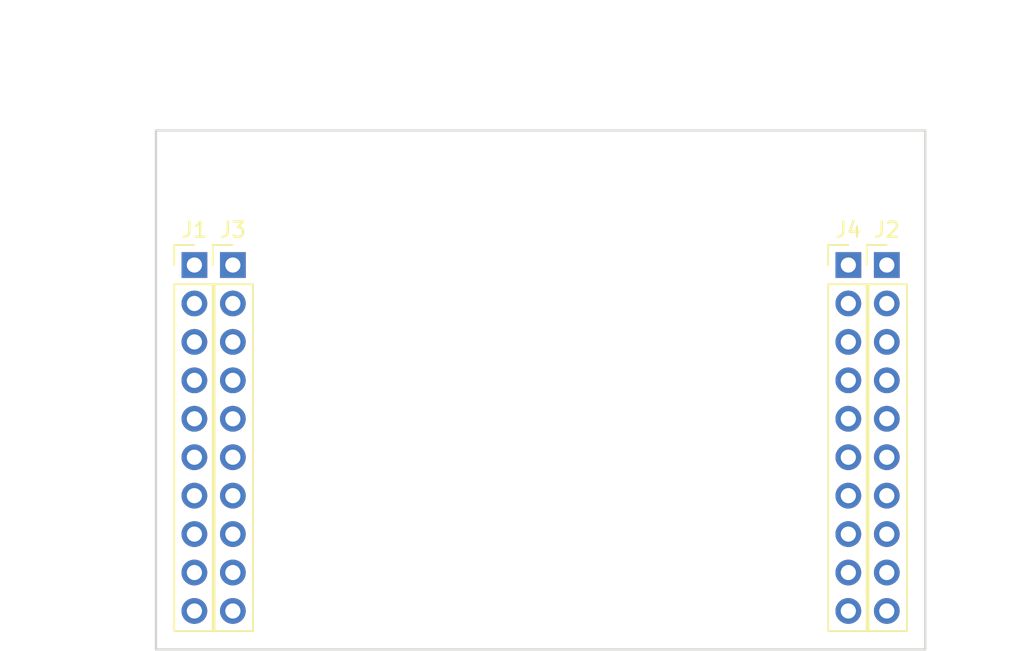
<source format=kicad_pcb>
(kicad_pcb (version 20171130) (host pcbnew no-vcs-found-c6d0075~61~ubuntu16.04.1)

  (general
    (thickness 1.6)
    (drawings 7)
    (tracks 0)
    (zones 0)
    (modules 4)
    (nets 40)
  )

  (page A3)
  (layers
    (0 F.Cu signal)
    (31 B.Cu signal)
    (32 B.Adhes user)
    (33 F.Adhes user)
    (34 B.Paste user)
    (35 F.Paste user)
    (36 B.SilkS user)
    (37 F.SilkS user)
    (38 B.Mask user)
    (39 F.Mask user)
    (40 Dwgs.User user)
    (41 Cmts.User user)
    (42 Eco1.User user)
    (43 Eco2.User user)
    (44 Edge.Cuts user)
  )

  (setup
    (last_trace_width 0.254)
    (trace_clearance 0.254)
    (zone_clearance 0.508)
    (zone_45_only no)
    (trace_min 0.254)
    (segment_width 0.20066)
    (edge_width 0.14986)
    (via_size 0.889)
    (via_drill 0.635)
    (via_min_size 0.889)
    (via_min_drill 0.508)
    (uvia_size 0.508)
    (uvia_drill 0.127)
    (uvias_allowed no)
    (uvia_min_size 0.508)
    (uvia_min_drill 0.127)
    (pcb_text_width 0.3)
    (pcb_text_size 1 1)
    (mod_edge_width 0.14986)
    (mod_text_size 1 1)
    (mod_text_width 0.15)
    (pad_size 1 1)
    (pad_drill 0.6)
    (pad_to_mask_clearance 0)
    (aux_axis_origin 0 0)
    (visible_elements 7FFFFFFF)
    (pcbplotparams
      (layerselection 0x00030_ffffffff)
      (usegerberextensions true)
      (usegerberattributes false)
      (usegerberadvancedattributes false)
      (creategerberjobfile false)
      (excludeedgelayer true)
      (linewidth 0.150000)
      (plotframeref false)
      (viasonmask false)
      (mode 1)
      (useauxorigin false)
      (hpglpennumber 1)
      (hpglpenspeed 20)
      (hpglpendiameter 15)
      (psnegative false)
      (psa4output false)
      (plotreference true)
      (plotvalue true)
      (plotinvisibletext false)
      (padsonsilk false)
      (subtractmaskfromsilk false)
      (outputformat 1)
      (mirror false)
      (drillshape 1)
      (scaleselection 1)
      (outputdirectory ""))
  )

  (net 0 "")
  (net 1 GND)
  (net 2 VCC)
  (net 3 "Net-(J1-Pad2)")
  (net 4 "Net-(J1-Pad3)")
  (net 5 "Net-(J1-Pad4)")
  (net 6 "Net-(J1-Pad5)")
  (net 7 "Net-(J1-Pad6)")
  (net 8 "Net-(J1-Pad7)")
  (net 9 "Net-(J1-Pad8)")
  (net 10 "Net-(J1-Pad9)")
  (net 11 "Net-(J1-Pad10)")
  (net 12 "Net-(J2-Pad10)")
  (net 13 "Net-(J2-Pad9)")
  (net 14 "Net-(J2-Pad8)")
  (net 15 "Net-(J2-Pad7)")
  (net 16 "Net-(J2-Pad6)")
  (net 17 "Net-(J2-Pad5)")
  (net 18 "Net-(J2-Pad4)")
  (net 19 "Net-(J2-Pad3)")
  (net 20 "Net-(J2-Pad2)")
  (net 21 +5V)
  (net 22 "Net-(J3-Pad3)")
  (net 23 "Net-(J3-Pad4)")
  (net 24 "Net-(J3-Pad5)")
  (net 25 "Net-(J3-Pad6)")
  (net 26 "Net-(J3-Pad7)")
  (net 27 "Net-(J3-Pad8)")
  (net 28 "Net-(J3-Pad9)")
  (net 29 "Net-(J3-Pad10)")
  (net 30 "Net-(J4-Pad10)")
  (net 31 "Net-(J4-Pad9)")
  (net 32 "Net-(J4-Pad8)")
  (net 33 "Net-(J4-Pad7)")
  (net 34 "Net-(J4-Pad6)")
  (net 35 "Net-(J4-Pad5)")
  (net 36 "Net-(J4-Pad4)")
  (net 37 "Net-(J4-Pad3)")
  (net 38 "Net-(J4-Pad2)")
  (net 39 "Net-(J4-Pad1)")

  (net_class Default "This is the default net class."
    (clearance 0.254)
    (trace_width 0.254)
    (via_dia 0.889)
    (via_drill 0.635)
    (uvia_dia 0.508)
    (uvia_drill 0.127)
    (add_net +5V)
    (add_net GND)
    (add_net "Net-(J1-Pad10)")
    (add_net "Net-(J1-Pad2)")
    (add_net "Net-(J1-Pad3)")
    (add_net "Net-(J1-Pad4)")
    (add_net "Net-(J1-Pad5)")
    (add_net "Net-(J1-Pad6)")
    (add_net "Net-(J1-Pad7)")
    (add_net "Net-(J1-Pad8)")
    (add_net "Net-(J1-Pad9)")
    (add_net "Net-(J2-Pad10)")
    (add_net "Net-(J2-Pad2)")
    (add_net "Net-(J2-Pad3)")
    (add_net "Net-(J2-Pad4)")
    (add_net "Net-(J2-Pad5)")
    (add_net "Net-(J2-Pad6)")
    (add_net "Net-(J2-Pad7)")
    (add_net "Net-(J2-Pad8)")
    (add_net "Net-(J2-Pad9)")
    (add_net "Net-(J3-Pad10)")
    (add_net "Net-(J3-Pad3)")
    (add_net "Net-(J3-Pad4)")
    (add_net "Net-(J3-Pad5)")
    (add_net "Net-(J3-Pad6)")
    (add_net "Net-(J3-Pad7)")
    (add_net "Net-(J3-Pad8)")
    (add_net "Net-(J3-Pad9)")
    (add_net "Net-(J4-Pad1)")
    (add_net "Net-(J4-Pad10)")
    (add_net "Net-(J4-Pad2)")
    (add_net "Net-(J4-Pad3)")
    (add_net "Net-(J4-Pad4)")
    (add_net "Net-(J4-Pad5)")
    (add_net "Net-(J4-Pad6)")
    (add_net "Net-(J4-Pad7)")
    (add_net "Net-(J4-Pad8)")
    (add_net "Net-(J4-Pad9)")
    (add_net VCC)
  )

  (module Connector_PinHeader_2.54mm:PinHeader_1x10_P2.54mm_Vertical (layer F.Cu) (tedit 59FED5CC) (tstamp 5A7B9D5E)
    (at 228.6 121.92)
    (descr "Through hole straight pin header, 1x10, 2.54mm pitch, single row")
    (tags "Through hole pin header THT 1x10 2.54mm single row")
    (path /5080DC12)
    (fp_text reference J4 (at 0 -2.33) (layer F.SilkS)
      (effects (font (size 1 1) (thickness 0.15)))
    )
    (fp_text value TI_BOOSTER_40_J4 (at 0 25.19) (layer F.Fab)
      (effects (font (size 1 1) (thickness 0.15)))
    )
    (fp_text user %R (at 0 11.43 90) (layer F.Fab)
      (effects (font (size 1 1) (thickness 0.15)))
    )
    (fp_line (start 1.8 -1.8) (end -1.8 -1.8) (layer F.CrtYd) (width 0.05))
    (fp_line (start 1.8 24.65) (end 1.8 -1.8) (layer F.CrtYd) (width 0.05))
    (fp_line (start -1.8 24.65) (end 1.8 24.65) (layer F.CrtYd) (width 0.05))
    (fp_line (start -1.8 -1.8) (end -1.8 24.65) (layer F.CrtYd) (width 0.05))
    (fp_line (start -1.33 -1.33) (end 0 -1.33) (layer F.SilkS) (width 0.12))
    (fp_line (start -1.33 0) (end -1.33 -1.33) (layer F.SilkS) (width 0.12))
    (fp_line (start -1.33 1.27) (end 1.33 1.27) (layer F.SilkS) (width 0.12))
    (fp_line (start 1.33 1.27) (end 1.33 24.19) (layer F.SilkS) (width 0.12))
    (fp_line (start -1.33 1.27) (end -1.33 24.19) (layer F.SilkS) (width 0.12))
    (fp_line (start -1.33 24.19) (end 1.33 24.19) (layer F.SilkS) (width 0.12))
    (fp_line (start -1.27 -0.635) (end -0.635 -1.27) (layer F.Fab) (width 0.1))
    (fp_line (start -1.27 24.13) (end -1.27 -0.635) (layer F.Fab) (width 0.1))
    (fp_line (start 1.27 24.13) (end -1.27 24.13) (layer F.Fab) (width 0.1))
    (fp_line (start 1.27 -1.27) (end 1.27 24.13) (layer F.Fab) (width 0.1))
    (fp_line (start -0.635 -1.27) (end 1.27 -1.27) (layer F.Fab) (width 0.1))
    (pad 10 thru_hole oval (at 0 22.86) (size 1.7 1.7) (drill 1) (layers *.Cu *.Mask)
      (net 30 "Net-(J4-Pad10)"))
    (pad 9 thru_hole oval (at 0 20.32) (size 1.7 1.7) (drill 1) (layers *.Cu *.Mask)
      (net 31 "Net-(J4-Pad9)"))
    (pad 8 thru_hole oval (at 0 17.78) (size 1.7 1.7) (drill 1) (layers *.Cu *.Mask)
      (net 32 "Net-(J4-Pad8)"))
    (pad 7 thru_hole oval (at 0 15.24) (size 1.7 1.7) (drill 1) (layers *.Cu *.Mask)
      (net 33 "Net-(J4-Pad7)"))
    (pad 6 thru_hole oval (at 0 12.7) (size 1.7 1.7) (drill 1) (layers *.Cu *.Mask)
      (net 34 "Net-(J4-Pad6)"))
    (pad 5 thru_hole oval (at 0 10.16) (size 1.7 1.7) (drill 1) (layers *.Cu *.Mask)
      (net 35 "Net-(J4-Pad5)"))
    (pad 4 thru_hole oval (at 0 7.62) (size 1.7 1.7) (drill 1) (layers *.Cu *.Mask)
      (net 36 "Net-(J4-Pad4)"))
    (pad 3 thru_hole oval (at 0 5.08) (size 1.7 1.7) (drill 1) (layers *.Cu *.Mask)
      (net 37 "Net-(J4-Pad3)"))
    (pad 2 thru_hole oval (at 0 2.54) (size 1.7 1.7) (drill 1) (layers *.Cu *.Mask)
      (net 38 "Net-(J4-Pad2)"))
    (pad 1 thru_hole rect (at 0 0) (size 1.7 1.7) (drill 1) (layers *.Cu *.Mask)
      (net 39 "Net-(J4-Pad1)"))
    (model ${KICAD6_3DMODEL_DIR}/Connector_PinHeader_2.54mm.3dshapes/PinHeader_1x10_P2.54mm_Vertical.wrl
      (at (xyz 0 0 0))
      (scale (xyz 1 1 1))
      (rotate (xyz 0 0 0))
    )
  )

  (module Connector_PinHeader_2.54mm:PinHeader_1x10_P2.54mm_Vertical (layer F.Cu) (tedit 59FED5CC) (tstamp 5A7B9DB5)
    (at 187.96 121.92)
    (descr "Through hole straight pin header, 1x10, 2.54mm pitch, single row")
    (tags "Through hole pin header THT 1x10 2.54mm single row")
    (path /5080DC03)
    (fp_text reference J3 (at 0 -2.33) (layer F.SilkS)
      (effects (font (size 1 1) (thickness 0.15)))
    )
    (fp_text value TI_BOOSTER_40_J3 (at 0 25.19) (layer F.Fab)
      (effects (font (size 1 1) (thickness 0.15)))
    )
    (fp_line (start -0.635 -1.27) (end 1.27 -1.27) (layer F.Fab) (width 0.1))
    (fp_line (start 1.27 -1.27) (end 1.27 24.13) (layer F.Fab) (width 0.1))
    (fp_line (start 1.27 24.13) (end -1.27 24.13) (layer F.Fab) (width 0.1))
    (fp_line (start -1.27 24.13) (end -1.27 -0.635) (layer F.Fab) (width 0.1))
    (fp_line (start -1.27 -0.635) (end -0.635 -1.27) (layer F.Fab) (width 0.1))
    (fp_line (start -1.33 24.19) (end 1.33 24.19) (layer F.SilkS) (width 0.12))
    (fp_line (start -1.33 1.27) (end -1.33 24.19) (layer F.SilkS) (width 0.12))
    (fp_line (start 1.33 1.27) (end 1.33 24.19) (layer F.SilkS) (width 0.12))
    (fp_line (start -1.33 1.27) (end 1.33 1.27) (layer F.SilkS) (width 0.12))
    (fp_line (start -1.33 0) (end -1.33 -1.33) (layer F.SilkS) (width 0.12))
    (fp_line (start -1.33 -1.33) (end 0 -1.33) (layer F.SilkS) (width 0.12))
    (fp_line (start -1.8 -1.8) (end -1.8 24.65) (layer F.CrtYd) (width 0.05))
    (fp_line (start -1.8 24.65) (end 1.8 24.65) (layer F.CrtYd) (width 0.05))
    (fp_line (start 1.8 24.65) (end 1.8 -1.8) (layer F.CrtYd) (width 0.05))
    (fp_line (start 1.8 -1.8) (end -1.8 -1.8) (layer F.CrtYd) (width 0.05))
    (fp_text user %R (at 0 11.43 90) (layer F.Fab)
      (effects (font (size 1 1) (thickness 0.15)))
    )
    (pad 1 thru_hole rect (at 0 0) (size 1.7 1.7) (drill 1) (layers *.Cu *.Mask)
      (net 21 +5V))
    (pad 2 thru_hole oval (at 0 2.54) (size 1.7 1.7) (drill 1) (layers *.Cu *.Mask)
      (net 1 GND))
    (pad 3 thru_hole oval (at 0 5.08) (size 1.7 1.7) (drill 1) (layers *.Cu *.Mask)
      (net 22 "Net-(J3-Pad3)"))
    (pad 4 thru_hole oval (at 0 7.62) (size 1.7 1.7) (drill 1) (layers *.Cu *.Mask)
      (net 23 "Net-(J3-Pad4)"))
    (pad 5 thru_hole oval (at 0 10.16) (size 1.7 1.7) (drill 1) (layers *.Cu *.Mask)
      (net 24 "Net-(J3-Pad5)"))
    (pad 6 thru_hole oval (at 0 12.7) (size 1.7 1.7) (drill 1) (layers *.Cu *.Mask)
      (net 25 "Net-(J3-Pad6)"))
    (pad 7 thru_hole oval (at 0 15.24) (size 1.7 1.7) (drill 1) (layers *.Cu *.Mask)
      (net 26 "Net-(J3-Pad7)"))
    (pad 8 thru_hole oval (at 0 17.78) (size 1.7 1.7) (drill 1) (layers *.Cu *.Mask)
      (net 27 "Net-(J3-Pad8)"))
    (pad 9 thru_hole oval (at 0 20.32) (size 1.7 1.7) (drill 1) (layers *.Cu *.Mask)
      (net 28 "Net-(J3-Pad9)"))
    (pad 10 thru_hole oval (at 0 22.86) (size 1.7 1.7) (drill 1) (layers *.Cu *.Mask)
      (net 29 "Net-(J3-Pad10)"))
    (model ${KICAD6_3DMODEL_DIR}/Connector_PinHeader_2.54mm.3dshapes/PinHeader_1x10_P2.54mm_Vertical.wrl
      (at (xyz 0 0 0))
      (scale (xyz 1 1 1))
      (rotate (xyz 0 0 0))
    )
  )

  (module Connector_PinHeader_2.54mm:PinHeader_1x10_P2.54mm_Vertical (layer F.Cu) (tedit 59FED5CC) (tstamp 5A7B9D07)
    (at 231.14 121.92)
    (descr "Through hole straight pin header, 1x10, 2.54mm pitch, single row")
    (tags "Through hole pin header THT 1x10 2.54mm single row")
    (path /5080DBF4)
    (fp_text reference J2 (at 0 -2.33) (layer F.SilkS)
      (effects (font (size 1 1) (thickness 0.15)))
    )
    (fp_text value TI_BOOSTER_40_J2 (at 0 25.19) (layer F.Fab)
      (effects (font (size 1 1) (thickness 0.15)))
    )
    (fp_text user %R (at 0 11.43 90) (layer F.Fab)
      (effects (font (size 1 1) (thickness 0.15)))
    )
    (fp_line (start 1.8 -1.8) (end -1.8 -1.8) (layer F.CrtYd) (width 0.05))
    (fp_line (start 1.8 24.65) (end 1.8 -1.8) (layer F.CrtYd) (width 0.05))
    (fp_line (start -1.8 24.65) (end 1.8 24.65) (layer F.CrtYd) (width 0.05))
    (fp_line (start -1.8 -1.8) (end -1.8 24.65) (layer F.CrtYd) (width 0.05))
    (fp_line (start -1.33 -1.33) (end 0 -1.33) (layer F.SilkS) (width 0.12))
    (fp_line (start -1.33 0) (end -1.33 -1.33) (layer F.SilkS) (width 0.12))
    (fp_line (start -1.33 1.27) (end 1.33 1.27) (layer F.SilkS) (width 0.12))
    (fp_line (start 1.33 1.27) (end 1.33 24.19) (layer F.SilkS) (width 0.12))
    (fp_line (start -1.33 1.27) (end -1.33 24.19) (layer F.SilkS) (width 0.12))
    (fp_line (start -1.33 24.19) (end 1.33 24.19) (layer F.SilkS) (width 0.12))
    (fp_line (start -1.27 -0.635) (end -0.635 -1.27) (layer F.Fab) (width 0.1))
    (fp_line (start -1.27 24.13) (end -1.27 -0.635) (layer F.Fab) (width 0.1))
    (fp_line (start 1.27 24.13) (end -1.27 24.13) (layer F.Fab) (width 0.1))
    (fp_line (start 1.27 -1.27) (end 1.27 24.13) (layer F.Fab) (width 0.1))
    (fp_line (start -0.635 -1.27) (end 1.27 -1.27) (layer F.Fab) (width 0.1))
    (pad 10 thru_hole oval (at 0 22.86) (size 1.7 1.7) (drill 1) (layers *.Cu *.Mask)
      (net 12 "Net-(J2-Pad10)"))
    (pad 9 thru_hole oval (at 0 20.32) (size 1.7 1.7) (drill 1) (layers *.Cu *.Mask)
      (net 13 "Net-(J2-Pad9)"))
    (pad 8 thru_hole oval (at 0 17.78) (size 1.7 1.7) (drill 1) (layers *.Cu *.Mask)
      (net 14 "Net-(J2-Pad8)"))
    (pad 7 thru_hole oval (at 0 15.24) (size 1.7 1.7) (drill 1) (layers *.Cu *.Mask)
      (net 15 "Net-(J2-Pad7)"))
    (pad 6 thru_hole oval (at 0 12.7) (size 1.7 1.7) (drill 1) (layers *.Cu *.Mask)
      (net 16 "Net-(J2-Pad6)"))
    (pad 5 thru_hole oval (at 0 10.16) (size 1.7 1.7) (drill 1) (layers *.Cu *.Mask)
      (net 17 "Net-(J2-Pad5)"))
    (pad 4 thru_hole oval (at 0 7.62) (size 1.7 1.7) (drill 1) (layers *.Cu *.Mask)
      (net 18 "Net-(J2-Pad4)"))
    (pad 3 thru_hole oval (at 0 5.08) (size 1.7 1.7) (drill 1) (layers *.Cu *.Mask)
      (net 19 "Net-(J2-Pad3)"))
    (pad 2 thru_hole oval (at 0 2.54) (size 1.7 1.7) (drill 1) (layers *.Cu *.Mask)
      (net 20 "Net-(J2-Pad2)"))
    (pad 1 thru_hole rect (at 0 0) (size 1.7 1.7) (drill 1) (layers *.Cu *.Mask)
      (net 1 GND))
    (model ${KICAD6_3DMODEL_DIR}/Connector_PinHeader_2.54mm.3dshapes/PinHeader_1x10_P2.54mm_Vertical.wrl
      (at (xyz 0 0 0))
      (scale (xyz 1 1 1))
      (rotate (xyz 0 0 0))
    )
  )

  (module Connector_PinHeader_2.54mm:PinHeader_1x10_P2.54mm_Vertical (layer F.Cu) (tedit 59FED5CC) (tstamp 5A7B9E0C)
    (at 185.42 121.92)
    (descr "Through hole straight pin header, 1x10, 2.54mm pitch, single row")
    (tags "Through hole pin header THT 1x10 2.54mm single row")
    (path /5080DB5C)
    (fp_text reference J1 (at 0 -2.33) (layer F.SilkS)
      (effects (font (size 1 1) (thickness 0.15)))
    )
    (fp_text value TI_BOOSTER_40_J1 (at 0 25.19) (layer F.Fab)
      (effects (font (size 1 1) (thickness 0.15)))
    )
    (fp_line (start -0.635 -1.27) (end 1.27 -1.27) (layer F.Fab) (width 0.1))
    (fp_line (start 1.27 -1.27) (end 1.27 24.13) (layer F.Fab) (width 0.1))
    (fp_line (start 1.27 24.13) (end -1.27 24.13) (layer F.Fab) (width 0.1))
    (fp_line (start -1.27 24.13) (end -1.27 -0.635) (layer F.Fab) (width 0.1))
    (fp_line (start -1.27 -0.635) (end -0.635 -1.27) (layer F.Fab) (width 0.1))
    (fp_line (start -1.33 24.19) (end 1.33 24.19) (layer F.SilkS) (width 0.12))
    (fp_line (start -1.33 1.27) (end -1.33 24.19) (layer F.SilkS) (width 0.12))
    (fp_line (start 1.33 1.27) (end 1.33 24.19) (layer F.SilkS) (width 0.12))
    (fp_line (start -1.33 1.27) (end 1.33 1.27) (layer F.SilkS) (width 0.12))
    (fp_line (start -1.33 0) (end -1.33 -1.33) (layer F.SilkS) (width 0.12))
    (fp_line (start -1.33 -1.33) (end 0 -1.33) (layer F.SilkS) (width 0.12))
    (fp_line (start -1.8 -1.8) (end -1.8 24.65) (layer F.CrtYd) (width 0.05))
    (fp_line (start -1.8 24.65) (end 1.8 24.65) (layer F.CrtYd) (width 0.05))
    (fp_line (start 1.8 24.65) (end 1.8 -1.8) (layer F.CrtYd) (width 0.05))
    (fp_line (start 1.8 -1.8) (end -1.8 -1.8) (layer F.CrtYd) (width 0.05))
    (fp_text user %R (at 0 11.43 90) (layer F.Fab)
      (effects (font (size 1 1) (thickness 0.15)))
    )
    (pad 1 thru_hole rect (at 0 0) (size 1.7 1.7) (drill 1) (layers *.Cu *.Mask)
      (net 2 VCC))
    (pad 2 thru_hole oval (at 0 2.54) (size 1.7 1.7) (drill 1) (layers *.Cu *.Mask)
      (net 3 "Net-(J1-Pad2)"))
    (pad 3 thru_hole oval (at 0 5.08) (size 1.7 1.7) (drill 1) (layers *.Cu *.Mask)
      (net 4 "Net-(J1-Pad3)"))
    (pad 4 thru_hole oval (at 0 7.62) (size 1.7 1.7) (drill 1) (layers *.Cu *.Mask)
      (net 5 "Net-(J1-Pad4)"))
    (pad 5 thru_hole oval (at 0 10.16) (size 1.7 1.7) (drill 1) (layers *.Cu *.Mask)
      (net 6 "Net-(J1-Pad5)"))
    (pad 6 thru_hole oval (at 0 12.7) (size 1.7 1.7) (drill 1) (layers *.Cu *.Mask)
      (net 7 "Net-(J1-Pad6)"))
    (pad 7 thru_hole oval (at 0 15.24) (size 1.7 1.7) (drill 1) (layers *.Cu *.Mask)
      (net 8 "Net-(J1-Pad7)"))
    (pad 8 thru_hole oval (at 0 17.78) (size 1.7 1.7) (drill 1) (layers *.Cu *.Mask)
      (net 9 "Net-(J1-Pad8)"))
    (pad 9 thru_hole oval (at 0 20.32) (size 1.7 1.7) (drill 1) (layers *.Cu *.Mask)
      (net 10 "Net-(J1-Pad9)"))
    (pad 10 thru_hole oval (at 0 22.86) (size 1.7 1.7) (drill 1) (layers *.Cu *.Mask)
      (net 11 "Net-(J1-Pad10)"))
    (model ${KICAD6_3DMODEL_DIR}/Connector_PinHeader_2.54mm.3dshapes/PinHeader_1x10_P2.54mm_Vertical.wrl
      (at (xyz 0 0 0))
      (scale (xyz 1 1 1))
      (rotate (xyz 0 0 0))
    )
  )

  (dimension 34.29 (width 0.25) (layer Dwgs.User)
    (gr_text "1.3500 in" (at 176.800001 130.175 270) (layer Dwgs.User)
      (effects (font (size 1 1) (thickness 0.25)))
    )
    (feature1 (pts (xy 182.88 147.32) (xy 175.800001 147.32)))
    (feature2 (pts (xy 182.88 113.03) (xy 175.800001 113.03)))
    (crossbar (pts (xy 177.800001 113.03) (xy 177.800001 147.32)))
    (arrow1a (pts (xy 177.800001 147.32) (xy 177.213581 146.193497)))
    (arrow1b (pts (xy 177.800001 147.32) (xy 178.386421 146.193497)))
    (arrow2a (pts (xy 177.800001 113.03) (xy 177.213581 114.156503)))
    (arrow2b (pts (xy 177.800001 113.03) (xy 178.386421 114.156503)))
  )
  (dimension 8.89 (width 0.25) (layer Dwgs.User)
    (gr_text "0.3500 in" (at 238.49 117.475 90) (layer Dwgs.User)
      (effects (font (size 1 1) (thickness 0.25)))
    )
    (feature1 (pts (xy 231.14 113.03) (xy 239.49 113.03)))
    (feature2 (pts (xy 231.14 121.92) (xy 239.49 121.92)))
    (crossbar (pts (xy 237.49 121.92) (xy 237.49 113.03)))
    (arrow1a (pts (xy 237.49 113.03) (xy 238.07642 114.156503)))
    (arrow1b (pts (xy 237.49 113.03) (xy 236.90358 114.156503)))
    (arrow2a (pts (xy 237.49 121.92) (xy 238.07642 120.793497)))
    (arrow2b (pts (xy 237.49 121.92) (xy 236.90358 120.793497)))
  )
  (gr_line (start 233.68 147.32) (end 182.88 147.32) (angle 90) (layer Edge.Cuts) (width 0.15))
  (dimension 50.8 (width 0.25) (layer Dwgs.User)
    (gr_text "2.0000 in" (at 208.28 105.680002) (layer Dwgs.User)
      (effects (font (size 1 1) (thickness 0.25)))
    )
    (feature1 (pts (xy 233.68 113.03) (xy 233.68 104.680002)))
    (feature2 (pts (xy 182.88 113.03) (xy 182.88 104.680002)))
    (crossbar (pts (xy 182.88 106.680002) (xy 233.68 106.680002)))
    (arrow1a (pts (xy 233.68 106.680002) (xy 232.553497 107.266422)))
    (arrow1b (pts (xy 233.68 106.680002) (xy 232.553497 106.093582)))
    (arrow2a (pts (xy 182.88 106.680002) (xy 184.006503 107.266422)))
    (arrow2b (pts (xy 182.88 106.680002) (xy 184.006503 106.093582)))
  )
  (gr_line (start 182.88 147.32) (end 182.88 113.03) (angle 90) (layer Edge.Cuts) (width 0.14986))
  (gr_line (start 233.68 113.03) (end 233.68 147.32) (angle 90) (layer Edge.Cuts) (width 0.14986))
  (gr_line (start 182.88 113.03) (end 233.68 113.03) (angle 90) (layer Edge.Cuts) (width 0.15))

)

</source>
